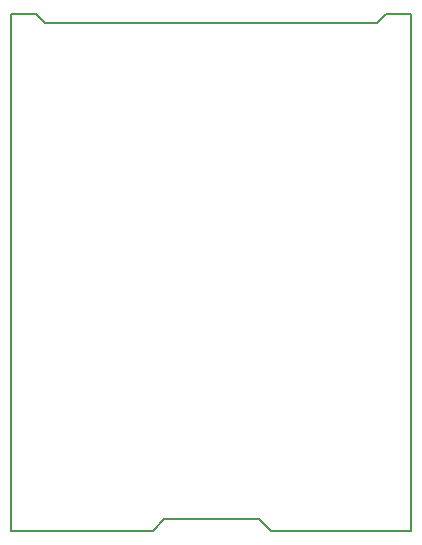
<source format=gbr>
G04 DipTrace 3.1.0.0*
G04 BoardOutline.gbr*
%MOIN*%
G04 #@! TF.FileFunction,Profile*
G04 #@! TF.Part,Single*
%ADD11C,0.005512*%
%FSLAX26Y26*%
G04*
G70*
G90*
G75*
G01*
G04 BoardOutline*
%LPD*%
X0Y0D2*
D11*
Y1725000D1*
X85000D1*
X115000Y1695000D1*
X1220000D1*
X1250000Y1725000D1*
X1335000D1*
Y0D1*
X866142D1*
X826772Y39370D1*
X511811D1*
X472441Y0D1*
X0D1*
M02*

</source>
